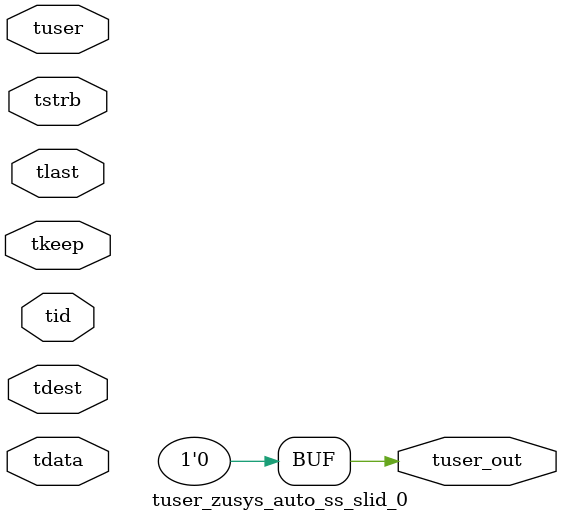
<source format=v>


`timescale 1ps/1ps

module tuser_zusys_auto_ss_slid_0 #
(
parameter C_S_AXIS_TUSER_WIDTH = 1,
parameter C_S_AXIS_TDATA_WIDTH = 32,
parameter C_S_AXIS_TID_WIDTH   = 0,
parameter C_S_AXIS_TDEST_WIDTH = 0,
parameter C_M_AXIS_TUSER_WIDTH = 1
)
(
input  [(C_S_AXIS_TUSER_WIDTH == 0 ? 1 : C_S_AXIS_TUSER_WIDTH)-1:0     ] tuser,
input  [(C_S_AXIS_TDATA_WIDTH == 0 ? 1 : C_S_AXIS_TDATA_WIDTH)-1:0     ] tdata,
input  [(C_S_AXIS_TID_WIDTH   == 0 ? 1 : C_S_AXIS_TID_WIDTH)-1:0       ] tid,
input  [(C_S_AXIS_TDEST_WIDTH == 0 ? 1 : C_S_AXIS_TDEST_WIDTH)-1:0     ] tdest,
input  [(C_S_AXIS_TDATA_WIDTH/8)-1:0 ] tkeep,
input  [(C_S_AXIS_TDATA_WIDTH/8)-1:0 ] tstrb,
input                                                                    tlast,
output [C_M_AXIS_TUSER_WIDTH-1:0] tuser_out
);

assign tuser_out = {1'b0};

endmodule


</source>
